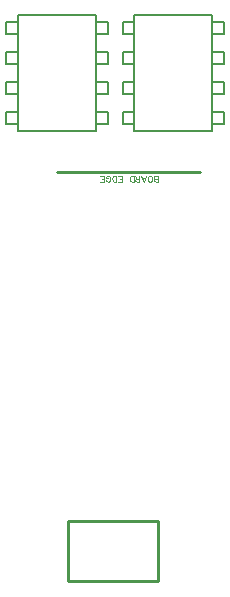
<source format=gbr>
G04 DipTrace 3.3.0.0*
G04 TopAssy.gbr*
%MOIN*%
G04 #@! TF.FileFunction,Drawing,Top*
G04 #@! TF.Part,Single*
%ADD10C,0.009843*%
%ADD24C,0.006*%
%ADD57C,0.003088*%
%FSLAX26Y26*%
G04*
G70*
G90*
G75*
G01*
G04 TopAssy*
%LPD*%
X793691Y468701D2*
D10*
X1093711D1*
Y668643D1*
X793691D1*
Y468701D1*
X1233071Y1833856D2*
X754331D1*
X1013709Y2292456D2*
D24*
Y2332446D1*
X974704D1*
Y2292456D1*
X1013709D1*
Y2192444D2*
Y2232433D1*
X974704D1*
Y2192444D1*
X1013709D1*
Y2092470D2*
Y2132459D1*
X974704D1*
Y2092470D1*
X1013709D1*
Y1992457D2*
Y2032447D1*
X974704Y2031443D1*
Y1992457D1*
X1013709D1*
X1273693Y2032447D2*
Y1992457D1*
X1312698Y1993461D1*
Y2032447D1*
X1273693D1*
Y2132459D2*
Y2092470D1*
X1312698Y2093435D1*
Y2132459D1*
X1273693D1*
Y2232433D2*
Y2192444D1*
X1312698D1*
Y2232433D1*
X1273693D1*
Y2332446D2*
Y2292456D1*
X1312698D1*
Y2332446D1*
X1273693D1*
X1013709Y1969451D2*
X1273693D1*
Y2355451D1*
X1013709D1*
Y1969451D1*
X626209Y2292456D2*
Y2332446D1*
X587204D1*
Y2292456D1*
X626209D1*
Y2192444D2*
Y2232433D1*
X587204D1*
Y2192444D1*
X626209D1*
Y2092470D2*
Y2132459D1*
X587204D1*
Y2092470D1*
X626209D1*
Y1992457D2*
Y2032447D1*
X587204Y2031443D1*
Y1992457D1*
X626209D1*
X886193Y2032447D2*
Y1992457D1*
X925198Y1993461D1*
Y2032447D1*
X886193D1*
Y2132459D2*
Y2092470D1*
X925198Y2093435D1*
Y2132459D1*
X886193D1*
Y2232433D2*
Y2192444D1*
X925198D1*
Y2232433D1*
X886193D1*
Y2332446D2*
Y2292456D1*
X925198D1*
Y2332446D1*
X886193D1*
X626209Y1969451D2*
X886193D1*
Y2355451D1*
X626209D1*
Y1969451D1*
X1093123Y1800484D2*
D57*
Y1820580D1*
X1084501D1*
X1081627Y1819608D1*
X1080676Y1818657D1*
X1079726Y1816756D1*
Y1813882D1*
X1080676Y1811958D1*
X1081627Y1811008D1*
X1084501Y1810057D1*
X1081627Y1809084D1*
X1080676Y1808134D1*
X1079726Y1806232D1*
Y1804309D1*
X1080676Y1802408D1*
X1081627Y1801435D1*
X1084501Y1800484D1*
X1093123D1*
Y1810057D2*
X1084501D1*
X1067802Y1800484D2*
X1069725Y1801435D1*
X1071627Y1803358D1*
X1072599Y1805260D1*
X1073550Y1808134D1*
Y1812931D1*
X1072599Y1815783D1*
X1071627Y1817706D1*
X1069725Y1819608D1*
X1067802Y1820580D1*
X1063977D1*
X1062076Y1819608D1*
X1060153Y1817706D1*
X1059202Y1815783D1*
X1058252Y1812931D1*
X1058251Y1808134D1*
X1059202Y1805260D1*
X1060153Y1803358D1*
X1062076Y1801435D1*
X1063977Y1800484D1*
X1067802D1*
X1036755Y1820580D2*
X1044426Y1800484D1*
X1052076Y1820580D1*
X1049202Y1813882D2*
X1039629D1*
X1030579Y1810057D2*
X1021979D1*
X1019105Y1809084D1*
X1018133Y1808134D1*
X1017182Y1806232D1*
Y1804309D1*
X1018133Y1802408D1*
X1019105Y1801435D1*
X1021979Y1800484D1*
X1030579D1*
Y1820580D1*
X1023881Y1810057D2*
X1017182Y1820580D1*
X1011006Y1800484D2*
Y1820580D1*
X1004308D1*
X1001434Y1819608D1*
X999510Y1817706D1*
X998560Y1815783D1*
X997609Y1812931D1*
Y1808134D1*
X998560Y1805260D1*
X999510Y1803358D1*
X1001434Y1801435D1*
X1004308Y1800484D1*
X1011006D1*
X959568D2*
X971993D1*
Y1820580D1*
X959568D1*
X971993Y1810057D2*
X964344D1*
X953393Y1800484D2*
Y1820580D1*
X946694D1*
X943820Y1819608D1*
X941897Y1817706D1*
X940946Y1815783D1*
X939995Y1812931D1*
Y1808134D1*
X940946Y1805260D1*
X941897Y1803358D1*
X943820Y1801435D1*
X946694Y1800484D1*
X953393D1*
X919472Y1805260D2*
X920422Y1803358D1*
X922346Y1801435D1*
X924247Y1800484D1*
X928072D1*
X929995Y1801435D1*
X931896Y1803358D1*
X932869Y1805260D1*
X933820Y1808134D1*
Y1812931D1*
X932869Y1815783D1*
X931896Y1817706D1*
X929995Y1819608D1*
X928072Y1820580D1*
X924247D1*
X922346Y1819608D1*
X920422Y1817706D1*
X919472Y1815783D1*
Y1812931D1*
X924247D1*
X900871Y1800484D2*
X913296D1*
Y1820580D1*
X900871D1*
X913296Y1810057D2*
X905647D1*
M02*

</source>
